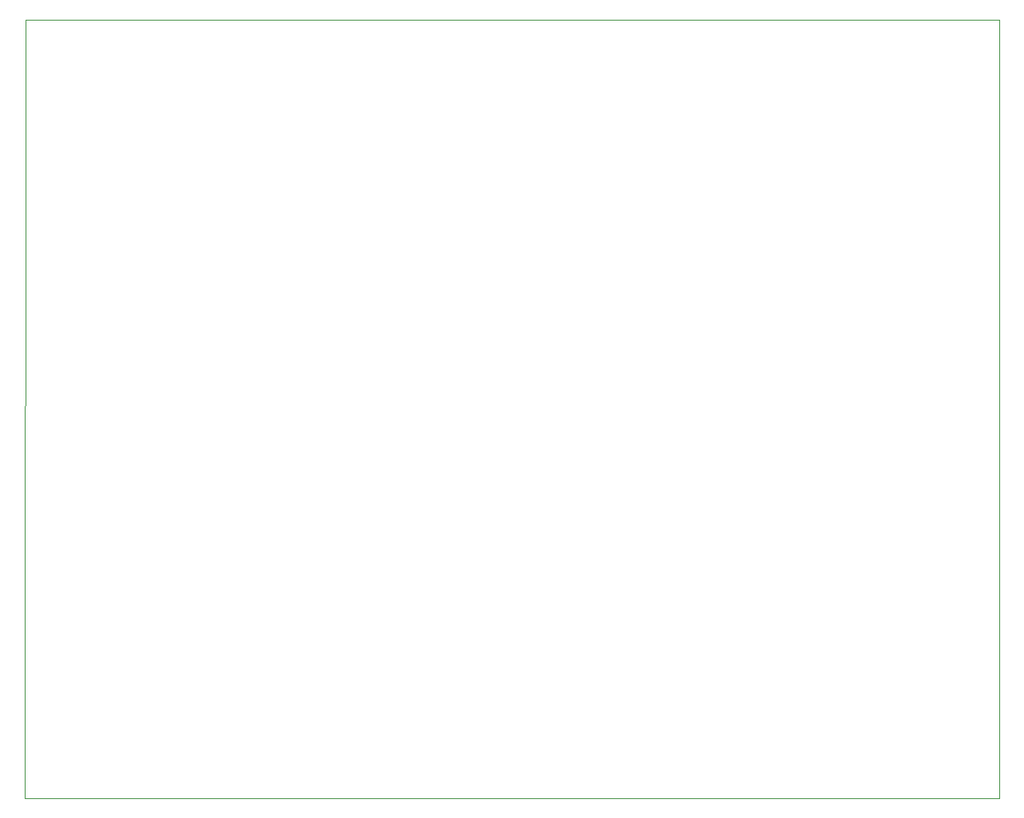
<source format=gbr>
G04 (created by PCBNEW (2013-jul-07)-stable) date Mon 28 Dec 2015 12:37:35 PM PST*
%MOIN*%
G04 Gerber Fmt 3.4, Leading zero omitted, Abs format*
%FSLAX34Y34*%
G01*
G70*
G90*
G04 APERTURE LIST*
%ADD10C,0.00393701*%
G04 APERTURE END LIST*
G54D10*
X38757Y-57103D02*
X78166Y-57103D01*
X78166Y-57103D02*
X78166Y-25607D01*
X78166Y-25607D02*
X38796Y-25607D01*
X38796Y-25607D02*
X38757Y-57103D01*
M02*

</source>
